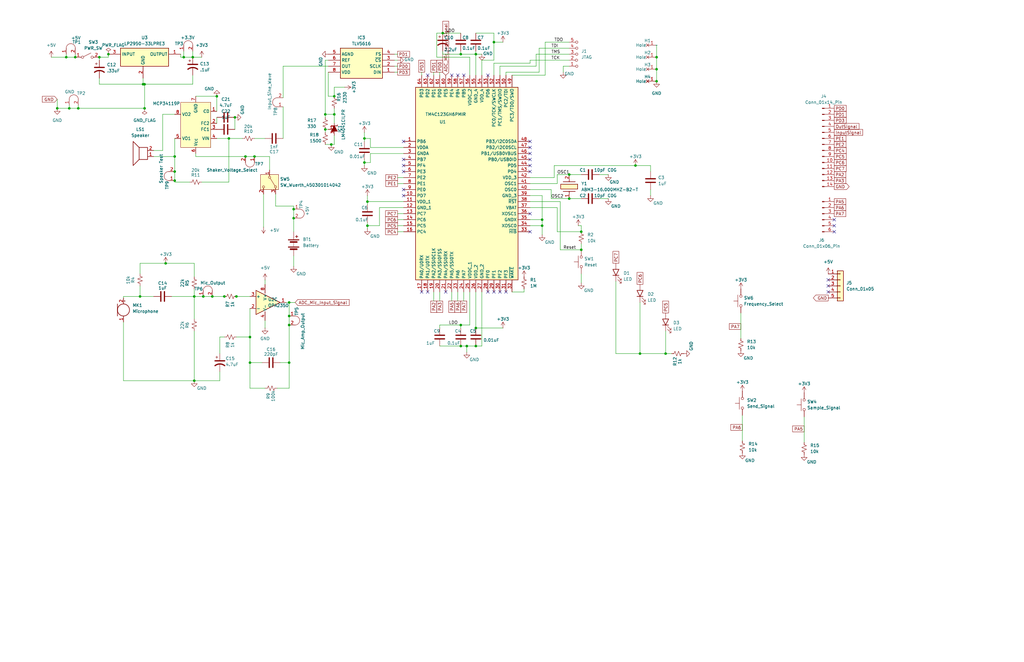
<source format=kicad_sch>
(kicad_sch (version 20231120) (generator "eeschema") (generator_version "8.0")
  (paper "USLedger")
  (title_block (title "ECE 445L Lab6 Project") (date "2024-02-27") (rev "v1.0.1") (company "The University of Texas at Austin"))
  (junction (at 269.875 149.225))
  (junction (at 200.66 22.86))
  (junction (at 245.11 105.41))
  (junction (at 27.94 24.13))
  (junction (at 60.96 35.56))
  (junction (at 137.16 54.61))
  (junction (at 77.47 24.13))
  (junction (at 99.06 49.53))
  (junction (at 123.825 92.075))
  (junction (at 121.92 127.635))
  (junction (at 24.13 45.72))
  (junction (at 89.535 125.095))
  (junction (at 99.695 125.095))
  (junction (at 45.72 22.86))
  (junction (at 73.66 66.04))
  (junction (at 121.92 133.35))
  (junction (at 240.03 73.66))
  (junction (at 60.325 35.56))
  (junction (at 81.915 125.095))
  (junction (at 96.52 58.42))
  (junction (at 276.86 34.29))
  (junction (at 196.85 146.05))
  (junction (at 186.69 13.97))
  (junction (at 194.31 146.05))
  (junction (at 60.96 45.72))
  (junction (at 276.86 24.13))
  (junction (at 85.725 125.095))
  (junction (at 41.91 24.13))
  (junction (at 154.94 95.25))
  (junction (at 276.86 29.21))
  (junction (at 139.7 60.96))
  (junction (at 81.28 24.13))
  (junction (at 123.825 88.265))
  (junction (at 194.31 137.16))
  (junction (at 153.67 58.42))
  (junction (at 200.66 138.43))
  (junction (at 69.85 111.125))
  (junction (at 267.97 69.85))
  (junction (at 105.41 142.24))
  (junction (at 228.6 95.25))
  (junction (at 121.92 137.16))
  (junction (at 208.28 17.78))
  (junction (at 140.97 48.26))
  (junction (at 280.67 149.225))
  (junction (at 103.505 66.04))
  (junction (at 121.92 153.035))
  (junction (at 228.6 92.71))
  (junction (at 29.21 45.72))
  (junction (at 140.97 40.64))
  (junction (at 107.315 66.04))
  (junction (at 154.94 85.09))
  (junction (at 240.03 83.82))
  (junction (at 153.67 68.58))
  (junction (at 94.615 125.095))
  (junction (at 245.11 97.79))
  (junction (at 200.66 146.05))
  (junction (at 137.16 48.26))
  (junction (at 105.41 153.035))
  (junction (at 194.31 22.86))
  (junction (at 33.02 45.72))
  (junction (at 81.915 160.655))
  (junction (at 91.44 40.64))
  (junction (at 59.055 125.095))
  (junction (at 73.66 76.2))
  (junction (at 31.75 24.13))
  (junction (at 73.66 72.39))
  (no_connect (at 223.52 64.77))
  (no_connect (at 170.18 67.31))
  (no_connect (at 170.18 69.85))
  (no_connect (at 180.34 123.19))
  (no_connect (at 223.52 62.23))
  (no_connect (at 223.52 69.85))
  (no_connect (at 170.18 72.39))
  (no_connect (at 210.82 123.19))
  (no_connect (at 208.28 123.19))
  (no_connect (at 223.52 90.17))
  (no_connect (at 349.25 123.19))
  (no_connect (at 351.79 97.79))
  (no_connect (at 170.18 80.01))
  (no_connect (at 223.52 67.31))
  (no_connect (at 187.96 123.19))
  (no_connect (at 190.5 31.75))
  (no_connect (at 213.36 123.19))
  (no_connect (at 223.52 72.39))
  (no_connect (at 351.79 92.71))
  (no_connect (at 170.18 82.55))
  (no_connect (at 195.58 31.75))
  (no_connect (at 177.8 123.19))
  (no_connect (at 180.34 31.75))
  (no_connect (at 223.52 97.79))
  (no_connect (at 349.25 118.11))
  (no_connect (at 349.25 120.65))
  (no_connect (at 351.79 95.25))
  (no_connect (at 193.04 31.75))
  (no_connect (at 170.18 59.69))
  (no_connect (at 205.74 123.19))
  (no_connect (at 205.74 31.75))
  (no_connect (at 223.52 59.69))
  (wire (pts (xy 208.28 13.97) (xy 200.66 13.97)))
  (wire (pts (xy 203.2 25.4) (xy 208.28 25.4)))
  (wire (pts (xy 91.44 40.64) (xy 91.44 46.99)))
  (wire (pts (xy 154.94 85.09) (xy 154.94 86.36)))
  (wire (pts (xy 119.38 27.94) (xy 138.43 27.94)))
  (wire (pts (xy 59.055 111.125) (xy 69.85 111.125)))
  (wire (pts (xy 81.915 121.92) (xy 81.915 125.095)))
  (wire (pts (xy 274.32 80.01) (xy 274.32 82.55)))
  (wire (pts (xy 232.41 83.82) (xy 240.03 83.82)))
  (wire (pts (xy 185.42 137.16) (xy 194.31 137.16)))
  (wire (pts (xy 123.825 86.995) (xy 123.825 88.265)))
  (wire (pts (xy 138.43 30.48) (xy 138.43 40.64)))
  (wire (pts (xy 240.03 83.82) (xy 245.11 83.82)))
  (wire (pts (xy 259.715 149.225) (xy 259.715 118.745)))
  (wire (pts (xy 94.615 142.24) (xy 92.71 142.24)))
  (wire (pts (xy 111.76 135.255) (xy 111.76 138.43)))
  (wire (pts (xy 121.92 163.83) (xy 121.92 153.035)))
  (wire (pts (xy 154.94 93.98) (xy 154.94 95.25)))
  (wire (pts (xy 52.07 135.89) (xy 52.07 160.655)))
  (wire (pts (xy 200.66 123.19) (xy 200.66 138.43)))
  (wire (pts (xy 245.11 115.57) (xy 245.11 119.38)))
  (wire (pts (xy 212.09 17.78) (xy 208.28 17.78)))
  (wire (pts (xy 41.91 24.13) (xy 41.91 25.4)))
  (wire (pts (xy 105.41 153.035) (xy 105.41 163.83)))
  (wire (pts (xy 208.28 17.78) (xy 208.28 25.4)))
  (wire (pts (xy 29.21 45.72) (xy 24.13 45.72)))
  (wire (pts (xy 140.97 45.72) (xy 140.97 48.26)))
  (wire (pts (xy 41.91 35.56) (xy 60.325 35.56)))
  (wire (pts (xy 145.415 36.83) (xy 140.97 36.83)))
  (wire (pts (xy 73.66 66.04) (xy 73.66 72.39)))
  (wire (pts (xy 121.92 133.35) (xy 121.92 137.16)))
  (wire (pts (xy 82.55 40.64) (xy 91.44 40.64)))
  (wire (pts (xy 21.59 24.13) (xy 27.94 24.13)))
  (wire (pts (xy 119.38 58.42) (xy 119.38 45.085)))
  (wire (pts (xy 27.94 22.86) (xy 27.94 24.13)))
  (wire (pts (xy 276.86 19.05) (xy 276.86 24.13)))
  (wire (pts (xy 223.52 80.01) (xy 232.41 80.01)))
  (wire (pts (xy 312.42 132.08) (xy 312.42 142.875)))
  (wire (pts (xy 138.43 54.61) (xy 137.16 54.61)))
  (wire (pts (xy 227.33 30.48) (xy 227.33 20.32)))
  (wire (pts (xy 208.28 26.67) (xy 223.52 26.67)))
  (wire (pts (xy 194.31 146.05) (xy 196.85 146.05)))
  (wire (pts (xy 203.2 123.19) (xy 203.2 146.05)))
  (wire (pts (xy 166.37 27.94) (xy 167.64 27.94)))
  (wire (pts (xy 111.76 58.42) (xy 107.315 58.42)))
  (wire (pts (xy 194.31 22.86) (xy 200.66 22.86)))
  (wire (pts (xy 77.47 24.13) (xy 81.28 24.13)))
  (wire (pts (xy 29.21 45.72) (xy 33.02 45.72)))
  (wire (pts (xy 111.76 118.11) (xy 111.76 120.015)))
  (wire (pts (xy 119.38 41.275) (xy 119.38 27.94)))
  (wire (pts (xy 73.66 76.2) (xy 73.66 76.835)))
  (wire (pts (xy 200.66 146.05) (xy 196.85 146.05)))
  (wire (pts (xy 96.52 58.42) (xy 96.52 76.835)))
  (wire (pts (xy 203.2 146.05) (xy 200.66 146.05)))
  (wire (pts (xy 229.87 31.75) (xy 229.87 17.78)))
  (wire (pts (xy 41.91 33.02) (xy 41.91 35.56)))
  (wire (pts (xy 167.64 92.71) (xy 170.18 92.71)))
  (wire (pts (xy 194.31 137.16) (xy 194.31 138.43)))
  (wire (pts (xy 200.66 22.86) (xy 200.66 31.75)))
  (wire (pts (xy 160.02 87.63) (xy 160.02 95.25)))
  (wire (pts (xy 123.825 92.075) (xy 123.825 97.79)))
  (wire (pts (xy 116.205 86.995) (xy 123.825 86.995)))
  (wire (pts (xy 196.85 146.05) (xy 196.85 148.59)))
  (wire (pts (xy 45.72 24.13) (xy 41.91 24.13)))
  (wire (pts (xy 68.58 63.5) (xy 68.58 48.26)))
  (wire (pts (xy 233.68 69.85) (xy 267.97 69.85)))
  (wire (pts (xy 313.055 175.26) (xy 313.055 186.055)))
  (wire (pts (xy 228.6 95.25) (xy 228.6 99.06)))
  (wire (pts (xy 73.66 76.835) (xy 80.01 76.835)))
  (wire (pts (xy 252.73 73.66) (xy 256.54 73.66)))
  (wire (pts (xy 276.86 29.21) (xy 276.86 34.29)))
  (wire (pts (xy 223.52 74.93) (xy 233.68 74.93)))
  (wire (pts (xy 208.28 13.97) (xy 208.28 17.78)))
  (wire (pts (xy 200.66 21.59) (xy 200.66 22.86)))
  (wire (pts (xy 234.95 73.66) (xy 240.03 73.66)))
  (wire (pts (xy 123.825 107.95) (xy 123.825 112.395)))
  (wire (pts (xy 226.06 27.94) (xy 226.06 22.86)))
  (wire (pts (xy 167.64 77.47) (xy 170.18 77.47)))
  (wire (pts (xy 82.55 66.04) (xy 103.505 66.04)))
  (wire (pts (xy 198.12 123.19) (xy 198.12 137.16)))
  (wire (pts (xy 91.44 49.53) (xy 91.44 52.07)))
  (wire (pts (xy 81.915 125.095) (xy 81.915 134.62)))
  (wire (pts (xy 223.52 77.47) (xy 234.95 77.47)))
  (wire (pts (xy 89.535 125.095) (xy 94.615 125.095)))
  (wire (pts (xy 121.92 127.635) (xy 120.65 127.635)))
  (wire (pts (xy 92.71 142.24) (xy 92.71 149.225)))
  (wire (pts (xy 52.07 160.655) (xy 81.915 160.655)))
  (wire (pts (xy 269.875 149.225) (xy 259.715 149.225)))
  (wire (pts (xy 269.875 127.635) (xy 269.875 149.225)))
  (wire (pts (xy 177.8 30.48) (xy 177.8 31.75)))
  (wire (pts (xy 186.69 13.97) (xy 194.31 13.97)))
  (wire (pts (xy 198.12 137.16) (xy 194.31 137.16)))
  (wire (pts (xy 59.055 111.125) (xy 59.055 115.57)))
  (wire (pts (xy 234.95 97.79) (xy 245.11 97.79)))
  (wire (pts (xy 99.06 125.095) (xy 99.695 125.095)))
  (wire (pts (xy 223.52 85.09) (xy 236.22 85.09)))
  (wire (pts (xy 68.58 48.26) (xy 73.66 48.26)))
  (wire (pts (xy 140.97 36.83) (xy 140.97 40.64)))
  (wire (pts (xy 52.07 125.095) (xy 52.07 125.73)))
  (wire (pts (xy 153.67 58.42) (xy 156.21 58.42)))
  (wire (pts (xy 64.77 66.04) (xy 73.66 66.04)))
  (wire (pts (xy 137.16 48.26) (xy 137.16 49.53)))
  (wire (pts (xy 223.52 26.67) (xy 223.52 25.4)))
  (wire (pts (xy 99.695 142.24) (xy 105.41 142.24)))
  (wire (pts (xy 223.52 87.63) (xy 234.95 87.63)))
  (wire (pts (xy 170.18 87.63) (xy 160.02 87.63)))
  (wire (pts (xy 339.09 175.895) (xy 339.09 186.69)))
  (wire (pts (xy 111.125 81.915) (xy 111.125 95.885)))
  (wire (pts (xy 81.915 116.84) (xy 81.915 111.125)))
  (wire (pts (xy 81.915 125.095) (xy 85.725 125.095)))
  (wire (pts (xy 156.21 64.77) (xy 156.21 68.58)))
  (wire (pts (xy 124.46 127.635) (xy 121.92 127.635)))
  (wire (pts (xy 160.02 95.25) (xy 154.94 95.25)))
  (wire (pts (xy 167.64 97.79) (xy 170.18 97.79)))
  (wire (pts (xy 121.92 137.16) (xy 121.92 153.035)))
  (wire (pts (xy 182.88 30.48) (xy 182.88 31.75)))
  (wire (pts (xy 45.72 22.86) (xy 45.72 24.13)))
  (wire (pts (xy 198.12 31.75) (xy 198.12 24.13)))
  (wire (pts (xy 156.21 68.58) (xy 153.67 68.58)))
  (wire (pts (xy 184.15 24.13) (xy 184.15 13.97)))
  (wire (pts (xy 210.82 31.75) (xy 210.82 27.94)))
  (wire (pts (xy 99.06 49.53) (xy 99.06 54.61)))
  (wire (pts (xy 77.47 21.59) (xy 77.47 24.13)))
  (wire (pts (xy 170.18 64.77) (xy 156.21 64.77)))
  (wire (pts (xy 59.055 125.095) (xy 52.07 125.095)))
  (wire (pts (xy 138.43 40.64) (xy 140.97 40.64)))
  (wire (pts (xy 215.9 31.75) (xy 229.87 31.75)))
  (wire (pts (xy 228.6 92.71) (xy 228.6 95.25)))
  (wire (pts (xy 69.85 111.125) (xy 81.915 111.125)))
  (wire (pts (xy 105.41 142.24) (xy 105.41 153.035)))
  (wire (pts (xy 103.505 66.04) (xy 107.315 66.04)))
  (wire (pts (xy 194.31 21.59) (xy 194.31 22.86)))
  (wire (pts (xy 233.68 74.93) (xy 233.68 69.85)))
  (wire (pts (xy 223.52 92.71) (xy 228.6 92.71)))
  (wire (pts (xy 156.21 62.23) (xy 170.18 62.23)))
  (wire (pts (xy 153.67 68.58) (xy 153.67 69.85)))
  (wire (pts (xy 59.055 120.65) (xy 59.055 125.095)))
  (wire (pts (xy 245.11 95.25) (xy 245.11 97.79)))
  (wire (pts (xy 31.75 22.86) (xy 31.75 24.13)))
  (wire (pts (xy 92.71 160.655) (xy 92.71 156.845)))
  (wire (pts (xy 81.28 21.59) (xy 81.28 24.13)))
  (wire (pts (xy 184.15 13.97) (xy 186.69 13.97)))
  (wire (pts (xy 213.36 31.75) (xy 213.36 30.48)))
  (wire (pts (xy 228.6 82.55) (xy 228.6 92.71)))
  (wire (pts (xy 182.88 123.19) (xy 182.88 127)))
  (wire (pts (xy 60.325 33.02) (xy 60.325 35.56)))
  (wire (pts (xy 137.16 48.26) (xy 137.16 25.4)))
  (wire (pts (xy 200.66 22.86) (xy 203.2 22.86)))
  (wire (pts (xy 76.2 24.13) (xy 77.47 24.13)))
  (wire (pts (xy 208.28 31.75) (xy 208.28 26.67)))
  (wire (pts (xy 223.52 95.25) (xy 228.6 95.25)))
  (wire (pts (xy 29.21 44.45) (xy 29.21 45.72)))
  (wire (pts (xy 81.28 24.13) (xy 85.09 24.13)))
  (wire (pts (xy 213.36 30.48) (xy 227.33 30.48)))
  (wire (pts (xy 215.9 123.19) (xy 220.98 123.19)))
  (wire (pts (xy 229.87 17.78) (xy 240.03 17.78)))
  (wire (pts (xy 167.64 95.25) (xy 170.18 95.25)))
  (wire (pts (xy 220.98 123.19) (xy 220.98 121.92)))
  (wire (pts (xy 24.13 41.91) (xy 24.13 45.72)))
  (wire (pts (xy 139.7 60.96) (xy 137.16 60.96)))
  (wire (pts (xy 137.16 54.61) (xy 137.16 55.88)))
  (wire (pts (xy 140.97 52.07) (xy 140.97 48.26)))
  (wire (pts (xy 105.41 153.035) (xy 110.49 153.035)))
  (wire (pts (xy 280.67 139.7) (xy 280.67 149.225)))
  (wire (pts (xy 203.2 31.75) (xy 203.2 25.4)))
  (wire (pts (xy 81.28 31.75) (xy 81.28 35.56)))
  (wire (pts (xy 153.67 58.42) (xy 153.67 59.69)))
  (wire (pts (xy 245.11 102.87) (xy 245.11 105.41)))
  (wire (pts (xy 107.315 66.04) (xy 113.665 66.04)))
  (wire (pts (xy 81.915 139.7) (xy 81.915 160.655)))
  (wire (pts (xy 121.92 127.635) (xy 121.92 133.35)))
  (wire (pts (xy 198.12 24.13) (xy 184.15 24.13)))
  (wire (pts (xy 137.16 25.4) (xy 138.43 25.4)))
  (wire (pts (xy 186.69 22.86) (xy 194.31 22.86)))
  (wire (pts (xy 153.67 67.31) (xy 153.67 68.58)))
  (wire (pts (xy 234.95 87.63) (xy 234.95 97.79)))
  (wire (pts (xy 274.32 69.85) (xy 274.32 72.39)))
  (wire (pts (xy 166.37 25.4) (xy 167.64 25.4)))
  (wire (pts (xy 118.11 153.035) (xy 121.92 153.035)))
  (wire (pts (xy 154.94 95.25) (xy 154.94 96.52)))
  (wire (pts (xy 185.42 30.48) (xy 185.42 31.75)))
  (wire (pts (xy 116.84 163.83) (xy 121.92 163.83)))
  (wire (pts (xy 240.03 73.66) (xy 245.11 73.66)))
  (wire (pts (xy 116.205 81.915) (xy 116.205 86.995)))
  (wire (pts (xy 140.97 57.15) (xy 140.97 60.96)))
  (wire (pts (xy 280.67 149.225) (xy 269.875 149.225)))
  (wire (pts (xy 64.77 63.5) (xy 68.58 63.5)))
  (wire (pts (xy 73.66 58.42) (xy 73.66 66.04)))
  (wire (pts (xy 283.21 149.225) (xy 280.67 149.225)))
  (wire (pts (xy 227.33 20.32) (xy 240.03 20.32)))
  (wire (pts (xy 193.04 123.19) (xy 193.04 127)))
  (wire (pts (xy 153.67 55.88) (xy 153.67 58.42)))
  (wire (pts (xy 240.03 27.94) (xy 237.49 27.94)))
  (wire (pts (xy 81.915 160.655) (xy 92.71 160.655)))
  (wire (pts (xy 185.42 138.43) (xy 185.42 137.16)))
  (wire (pts (xy 33.02 44.45) (xy 33.02 45.72)))
  (wire (pts (xy 94.615 125.095) (xy 95.25 125.095)))
  (wire (pts (xy 123.825 88.265) (xy 123.825 92.075)))
  (wire (pts (xy 76.2 22.86) (xy 76.2 24.13)))
  (wire (pts (xy 236.22 85.09) (xy 236.22 105.41)))
  (wire (pts (xy 243.84 95.25) (xy 245.11 95.25)))
  (wire (pts (xy 167.64 90.17) (xy 170.18 90.17)))
  (wire (pts (xy 170.18 85.09) (xy 154.94 85.09)))
  (wire (pts (xy 105.41 163.83) (xy 111.76 163.83)))
  (wire (pts (xy 72.39 125.095) (xy 81.915 125.095)))
  (wire (pts (xy 140.97 48.26) (xy 137.16 48.26)))
  (wire (pts (xy 154.94 82.55) (xy 154.94 85.09)))
  (wire (pts (xy 105.41 130.175) (xy 105.41 142.24)))
  (wire (pts (xy 60.325 35.56) (xy 60.96 35.56)))
  (wire (pts (xy 60.96 35.56) (xy 81.28 35.56)))
  (wire (pts (xy 99.695 125.095) (xy 105.41 125.095)))
  (wire (pts (xy 200.66 138.43) (xy 212.09 138.43)))
  (wire (pts (xy 156.21 62.23) (xy 156.21 58.42)))
  (wire (pts (xy 234.95 77.47) (xy 234.95 73.66)))
  (wire (pts (xy 96.52 76.835) (xy 85.09 76.835)))
  (wire (pts (xy 166.37 30.48) (xy 167.64 30.48)))
  (wire (pts (xy 232.41 80.01) (xy 232.41 83.82)))
  (wire (pts (xy 210.82 27.94) (xy 226.06 27.94)))
  (wire (pts (xy 276.86 24.13) (xy 276.86 29.21)))
  (wire (pts (xy 226.06 22.86) (xy 240.03 22.86)))
  (wire (pts (xy 223.52 82.55) (xy 228.6 82.55)))
  (wire (pts (xy 113.665 66.04) (xy 113.665 71.755)))
  (wire (pts (xy 166.37 22.86) (xy 167.64 22.86)))
  (wire (pts (xy 60.96 35.56) (xy 60.96 45.72)))
  (wire (pts (xy 82.55 66.04) (xy 82.55 64.77)))
  (wire (pts (xy 185.42 146.05) (xy 194.31 146.05)))
  (wire (pts (xy 33.02 45.72) (xy 60.96 45.72)))
  (wire (pts (xy 64.77 125.095) (xy 59.055 125.095)))
  (wire (pts (xy 73.66 72.39) (xy 73.66 76.2)))
  (wire (pts (xy 185.42 123.19) (xy 185.42 127)))
  (wire (pts (xy 252.73 83.82) (xy 256.54 83.82)))
  (wire (pts (xy 91.44 58.42) (xy 96.52 58.42)))
  (wire (pts (xy 96.52 58.42) (xy 102.235 58.42)))
  (wire (pts (xy 186.69 21.59) (xy 186.69 22.86)))
  (wire (pts (xy 236.22 105.41) (xy 245.11 105.41)))
  (wire (pts (xy 85.725 125.095) (xy 89.535 125.095)))
  (wire (pts (xy 167.64 74.93) (xy 170.18 74.93)))
  (wire (pts (xy 195.58 123.19) (xy 195.58 127)))
  (wire (pts (xy 140.97 60.96) (xy 139.7 60.96)))
  (wire (pts (xy 267.97 69.85) (xy 274.32 69.85)))
  (wire (pts (xy 237.49 27.94) (xy 237.49 30.48)))
  (wire (pts (xy 27.94 24.13) (xy 31.75 24.13)))
  (wire (pts (xy 223.52 25.4) (xy 240.03 25.4)))
  (wire (pts (xy 190.5 123.19) (xy 190.5 127)))
  (label "OSC2" (at 232.41 83.82 0))
  (label "TCK" (at 232.41 25.4 0))
  (label "TDI" (at 232.41 20.32 0))
  (label "LDO" (at 189.23 137.16 0))
  (label "TDO" (at 233.68 17.78 0))
  (label "TMS" (at 232.41 22.86 0))
  (label "LDO" (at 187.96 13.97 0))
  (label "OSC1" (at 234.95 73.66 0))
  (label "Reset" (at 237.49 105.41 0))
  (global_label "PC4" (shape passive) (at 351.79 63.5 0) (property "Intersheetrefs" "${INTERSHEET_REFS}" (effects (hide yes))))
  (global_label "PA2" (shape passive) (at 351.79 73.66 0) (property "Intersheetrefs" "${INTERSHEET_REFS}" (effects (hide yes))))
  (global_label "PC7" (shape passive) (at 167.64 90.17 180) (property "Intersheetrefs" "${INTERSHEET_REFS}" (effects (hide yes))))
  (global_label "PD1" (shape passive) (at 167.64 22.86 0) (property "Intersheetrefs" "${INTERSHEET_REFS}" (effects (hide yes))))
  (global_label "PC6" (shape passive) (at 269.875 120.015 90) (property "Intersheetrefs" "${INTERSHEET_REFS}" (effects (hide yes))))
  (global_label "PC6" (shape passive) (at 351.79 68.58 0) (property "Intersheetrefs" "${INTERSHEET_REFS}" (effects (hide yes))))
  (global_label "PD1" (shape passive) (at 351.79 48.26 0) (property "Intersheetrefs" "${INTERSHEET_REFS}" (effects (hide yes))))
  (global_label "PD3" (shape passive) (at 177.8 30.48 90) (property "Intersheetrefs" "${INTERSHEET_REFS}" (effects (hide yes))))
  (global_label "PD0" (shape passive) (at 351.79 45.72 0) (property "Intersheetrefs" "${INTERSHEET_REFS}" (effects (hide yes))))
  (global_label "PC6" (shape passive) (at 167.64 92.71 180) (property "Intersheetrefs" "${INTERSHEET_REFS}" (effects (hide yes))))
  (global_label "InputSignal" (shape passive) (at 351.79 55.88 0) (property "Intersheetrefs" "${INTERSHEET_REFS}" (effects (hide yes))))
  (global_label "ADC_Mic_Input_Signal" (shape input) (at 124.46 127.635 0) (property "Intersheetrefs" "${INTERSHEET_REFS}" (effects (hide yes))))
  (global_label "PA6" (shape passive) (at 193.04 127 270) (property "Intersheetrefs" "${INTERSHEET_REFS}" (effects (hide yes))))
  (global_label "PC4" (shape passive) (at 167.64 97.79 180) (property "Intersheetrefs" "${INTERSHEET_REFS}" (effects (hide yes))))
  (global_label "PC5" (shape passive) (at 280.67 132.08 90) (property "Intersheetrefs" "${INTERSHEET_REFS}" (effects (hide yes))))
  (global_label "PD3" (shape passive) (at 167.64 30.48 0) (property "Intersheetrefs" "${INTERSHEET_REFS}" (effects (hide yes))))
  (global_label "PC5" (shape passive) (at 167.64 95.25 180) (property "Intersheetrefs" "${INTERSHEET_REFS}" (effects (hide yes))))
  (global_label "GND" (shape input) (at 24.13 41.91 180) (property "Intersheetrefs" "${INTERSHEET_REFS}" (effects (hide yes))))
  (global_label "PD0" (shape passive) (at 167.64 27.94 0) (property "Intersheetrefs" "${INTERSHEET_REFS}" (effects (hide yes))))
  (global_label "PA3" (shape passive) (at 185.42 127 270) (property "Intersheetrefs" "${INTERSHEET_REFS}" (effects (hide yes))))
  (global_label "PA7" (shape passive) (at 312.42 137.795 180) (property "Intersheetrefs" "${INTERSHEET_REFS}" (effects (hide yes))))
  (global_label "PD0" (shape passive) (at 185.42 30.48 90) (property "Intersheetrefs" "${INTERSHEET_REFS}" (effects (hide yes))))
  (global_label "GND" (shape output) (at 351.79 78.74 0) (property "Intersheetrefs" "${INTERSHEET_REFS}" (effects (hide yes))))
  (global_label "PA6" (shape passive) (at 313.055 180.34 180) (property "Intersheetrefs" "${INTERSHEET_REFS}" (effects (hide yes))))
  (global_label "ADC_Mic_Input_Signal" (shape input) (at 187.96 31.75 90) (property "Intersheetrefs" "${INTERSHEET_REFS}" (effects (hide yes))))
  (global_label "PD3" (shape passive) (at 351.79 50.8 0) (property "Intersheetrefs" "${INTERSHEET_REFS}" (effects (hide yes))))
  (global_label "PA5" (shape passive) (at 351.79 85.09 0) (property "Intersheetrefs" "${INTERSHEET_REFS}" (effects (hide yes))))
  (global_label "PE2" (shape passive) (at 351.79 60.96 0) (property "Intersheetrefs" "${INTERSHEET_REFS}" (effects (hide yes))))
  (global_label "PD1" (shape passive) (at 182.88 30.48 90) (property "Intersheetrefs" "${INTERSHEET_REFS}" (effects (hide yes))))
  (global_label "PE1" (shape passive) (at 167.64 77.47 180) (property "Intersheetrefs" "${INTERSHEET_REFS}" (effects (hide yes))))
  (global_label "PE1" (shape passive) (at 351.79 58.42 0) (property "Intersheetrefs" "${INTERSHEET_REFS}" (effects (hide yes))))
  (global_label "PC7" (shape passive) (at 259.715 111.125 90) (property "Intersheetrefs" "${INTERSHEET_REFS}" (effects (hide yes))))
  (global_label "PA7" (shape passive) (at 351.79 90.17 0) (property "Intersheetrefs" "${INTERSHEET_REFS}" (effects (hide yes))))
  (global_label "GND" (shape output) (at 349.25 125.73 180) (property "Intersheetrefs" "${INTERSHEET_REFS}" (effects (hide yes))))
  (global_label "PA7" (shape passive) (at 195.58 127 270) (property "Intersheetrefs" "${INTERSHEET_REFS}" (effects (hide yes))))
  (global_label "PA6" (shape passive) (at 351.79 87.63 0) (property "Intersheetrefs" "${INTERSHEET_REFS}" (effects (hide yes))))
  (global_label "PC7" (shape passive) (at 351.79 71.12 0) (property "Intersheetrefs" "${INTERSHEET_REFS}" (effects (hide yes))))
  (global_label "PA5" (shape passive) (at 190.5 127 270) (property "Intersheetrefs" "${INTERSHEET_REFS}" (effects (hide yes))))
  (global_label "OutSignal" (shape passive) (at 351.79 53.34 0) (property "Intersheetrefs" "${INTERSHEET_REFS}" (effects (hide yes))))
  (global_label "PA5" (shape passive) (at 339.09 180.975 180) (property "Intersheetrefs" "${INTERSHEET_REFS}" (effects (hide yes))))
  (global_label "PA3" (shape passive) (at 351.79 76.2 0) (property "Intersheetrefs" "${INTERSHEET_REFS}" (effects (hide yes))))
  (global_label "PC5" (shape passive) (at 351.79 66.04 0) (property "Intersheetrefs" "${INTERSHEET_REFS}" (effects (hide yes))))
  (global_label "PA2" (shape passive) (at 182.88 127 270) (property "Intersheetrefs" "${INTERSHEET_REFS}" (effects (hide yes))))
  (global_label "PE2" (shape passive) (at 167.64 74.93 180) (property "Intersheetrefs" "${INTERSHEET_REFS}" (effects (hide yes))))
  (symbol (lib_id "power:PWR_FLAG") (at 45.72 22.86 0) (unit 1)
    (property "Reference" "#FLG01" (effects (hide yes)))
    (property "Value" "PWR_FLAG" (at 47.752 19.05 0))
    (property "Description" "Special symbol for telling ERC where power comes from" (effects (hide yes)))
  )
  (symbol (lib_id "power:GND") (at 203.2 22.86 0) (unit 1)
    (property "Reference" "#PWR015" (effects (hide yes)))
    (property "Value" "GND" (at 205.74 22.606 0))
    (property "Description" "Power symbol creates a global label with name \"GND\" , ground" (effects (hide yes)))
  )
  (symbol (lib_id "ECE445L:C") (at 154.94 90.17 0) (unit 1)
    (property "Reference" "C6" (at 152.4 87.63 0) (effects (justify left)))
    (property "Value" "0.1uF" (at 149.86 92.71 0) (effects (justify left)))
    (property "Footprint" "ECE445L:C_Axial_200mil" (effects (hide yes)))
    (property "Description" "Unpolarized capacitor" (effects (hide yes)))
  )
  (symbol (lib_id "power:+3V3") (at 212.09 138.43 0) (unit 1)
    (property "Reference" "#PWR07" (effects (hide yes)))
    (property "Value" "+3V3" (at 212.09 134.62 0))
    (property "Description" "Power symbol creates a global label with name \"+3V3\"" (effects (hide yes)))
  )
  (symbol (lib_id "power:GND") (at 196.85 148.59 0) (unit 1)
    (property "Reference" "#PWR012" (effects (hide yes)))
    (property "Value" "GND" (at 200.025 151.765 0))
    (property "Description" "Power symbol creates a global label with name \"GND\" , ground" (effects (hide yes)))
  )
  (symbol (lib_id "ECE445L:TLV5616") (at 152.4 26.67 180) (unit 1)
    (property "Reference" "IC3" (at 152.4 15.875 0))
    (property "Value" "TLV5616" (at 152.4 18.415 0))
    (property "Footprint" "ECE445L:DIP-8_W7.62mm_LongPads" (effects (hide yes)))
    (property "Datasheet" "https://www.ti.com/lit/ds/symlink/tlv5616.pdf" (effects (hide yes)))
    (property "Description" "12-Bit, 2.5 us DAC, Serial Input, Pgrmable Settling Time, Q temp available" (effects (hide yes)))
    (property "Distributor" "Mouser" (effects (hide yes)))
    (property "Manufacturer" "Texas Instruments" (effects (hide yes)))
    (property "P/N" "TLV5616" (effects (hide yes)))
    (property "Cost" "13.80" (effects (hide yes)))
  )
  (symbol (lib_id "ECE445L:C") (at 200.66 17.78 0) (unit 1)
    (property "Reference" "C7" (at 201.295 15.875 0) (effects (justify left)))
    (property "Value" "0.1uF" (at 201.295 20.32 0) (effects (justify left)))
    (property "Footprint" "ECE445L:C_Axial_200mil" (effects (hide yes)))
    (property "Description" "Unpolarized capacitor" (effects (hide yes)))
  )
  (symbol (lib_id "ECE445L:R_0.125W") (at 97.155 142.24 270) (unit 1)
    (property "Reference" "R8" (at 96.012 145.542 0))
    (property "Value" "1k" (at 98.044 145.542 0))
    (property "Footprint" "ECE445L:R_Axial_DIN0204_L3.6mm_D1.6mm_P7.62mm_Horizontal" (effects (hide yes)))
    (property "Datasheet" "https://users.ece.utexas.edu/~valvano/mspm0/CarbonFilmresistors.pdf" (effects (hide yes)))
    (property "Description" "Resistor, small US symbol" (effects (hide yes)))
  )
  (symbol (lib_id "ECE445L:C_Polarized") (at 92.71 153.035 0) (unit 1)
    (property "Reference" "C15" (at 95.123 151.257 0) (effects (justify left)))
    (property "Value" "4.7uF" (at 95.123 153.797 0) (effects (justify left)))
    (property "Footprint" "ECE445L:CP_Radial_Tantal200mil" (effects (hide yes)))
    (property "Description" "Polarized capacitor, US symbol" (effects (hide yes)))
  )
  (symbol (lib_id "Switch:SW_SPST") (at 36.83 24.13 0) (unit 1)
    (property "Reference" "SW3" (at 39.37 17.78 0))
    (property "Value" "PWR_SW" (at 39.37 20.32 0))
    (property "Footprint" "Button_Switch_SMD:SW_SPST_B3S-1000" (effects (hide yes)))
    (property "Description" "Single Pole Single Throw (SPST) switch" (effects (hide yes)))
  )
  (symbol (lib_id "ECE445L:MCP34119P") (at 82.55 53.34 180) (unit 1)
    (property "Reference" "U6" (effects (hide yes)))
    (property "Value" "MCP34119P" (at 75.946 43.688 0) (effects (justify left)))
    (property "Footprint" "ECE445L:DIP-8_W7.62mm_LongPads" (effects (hide yes)))
    (property "Datasheet" "https://users.ece.utexas.edu/~valvano/Datasheets/MC34119.pdf" (effects (hide yes)))
    (property "Distributor" "N/A" (effects (hide yes)))
    (property "Manufacturer" "Motorola" (effects (hide yes)))
    (property "P/N" "MC34119P" (effects (hide yes)))
    (property "Cost" "N/A" (effects (hide yes)))
  )
  (symbol (lib_id "ECE445L:C_Polarized") (at 41.91 29.21 0) (unit 1)
    (property "Reference" "C12" (at 45.085 27.305 0) (effects (justify left)))
    (property "Value" ".33uF" (at 45.085 29.845 0) (effects (justify left)))
    (property "Footprint" "ECE445L:CP_Radial_Tantal200mil" (effects (hide yes)))
    (property "Description" "Polarized capacitor, US symbol" (effects (hide yes)))
  )
  (symbol (lib_id "ECE445L:R_0.125W") (at 245.11 100.33 0) (unit 1)
    (property "Reference" "R2" (at 247.65 99.06 0) (effects (justify left)))
    (property "Value" "10k" (at 247.65 101.6 0) (effects (justify left)))
    (property "Footprint" "ECE445L:R_Axial_DIN0204_L3.6mm_D1.6mm_P7.62mm_Horizontal" (effects (hide yes)))
    (property "Datasheet" "https://users.ece.utexas.edu/~valvano/mspm0/CarbonFilmresistors.pdf" (effects (hide yes)))
    (property "Description" "Resistor, small US symbol" (effects (hide yes)))
  )
  (symbol (lib_id "power:GND") (at 138.43 22.86 270) (unit 1)
    (property "Reference" "#PWR027" (effects (hide yes)))
    (property "Value" "GND" (at 135.255 26.035 0))
    (property "Description" "Power symbol creates a global label with name \"GND\" , ground" (effects (hide yes)))
  )
  (symbol (lib_id "ECE445L:Testpoint") (at 73.66 74.295 90) (unit 1)
    (property "Reference" "TP9" (at 70.485 80.01 0) (effects (justify left)))
    (property "Value" "Speaker Test" (at 67.945 77.47 0) (effects (justify left)))
    (property "Footprint" "ECE445L:Testpoint_1x02_P2.54mm" (effects (hide yes)))
    (property "Description" "Testpoint" (effects (hide yes)))
  )
  (symbol (lib_id "power:+3V3") (at 145.415 36.83 270) (unit 1)
    (property "Reference" "#PWR036" (effects (hide yes)))
    (property "Value" "+3V3" (at 149.225 36.83 0))
    (property "Description" "Power symbol creates a global label with name \"+3V3\"" (effects (hide yes)))
  )
  (symbol (lib_id "ECE445L:C") (at 95.25 49.53 90) (unit 1)
    (property "Reference" "C21" (at 95.25 41.91 90))
    (property "Value" "4.7uF" (at 95.25 44.45 90))
    (property "Footprint" "ECE445L:C_Axial_200mil" (effects (hide yes)))
    (property "Description" "Unpolarized capacitor" (effects (hide yes)))
  )
  (symbol (lib_id "ECE445L:C") (at 114.3 153.035 90) (unit 1)
    (property "Reference" "C16" (at 114.3 147.447 90))
    (property "Value" "220pF" (at 114.3 149.479 90))
    (property "Footprint" "ECE445L:C_Axial_200mil" (effects (hide yes)))
    (property "Description" "Unpolarized capacitor" (effects (hide yes)))
  )
  (symbol (lib_id "ECE445L:Testpoint") (at 119.38 43.18 90) (unit 1)
    (property "Reference" "TP8" (at 116.205 48.895 0) (effects (justify left)))
    (property "Value" "Input_Sine_Wave" (at 113.665 46.355 0) (effects (justify left)))
    (property "Footprint" "ECE445L:Testpoint_1x02_P2.54mm" (effects (hide yes)))
    (property "Description" "Testpoint" (effects (hide yes)))
  )
  (symbol (lib_id "Device:Battery") (at 123.825 102.87 0) (unit 1)
    (property "Reference" "BT1" (at 127.635 101.0284 0) (effects (justify left)))
    (property "Value" "Battery" (at 127.635 103.5684 0) (effects (justify left)))
    (property "Description" "Multiple-cell battery" (effects (hide yes)))
  )
  (symbol (lib_id "ECE445L:C") (at 185.42 142.24 0) (unit 1)
    (property "Reference" "C9" (at 182.88 139.7 0) (effects (justify left)))
    (property "Value" "1uF" (at 179.705 144.78 0) (effects (justify left)))
    (property "Footprint" "ECE445L:C_Axial_200mil" (effects (hide yes)))
    (property "Description" "Unpolarized capacitor" (effects (hide yes)))
  )
  (symbol (lib_id "power:+3V3") (at 69.85 111.125 0) (unit 1)
    (property "Reference" "#PWR021" (effects (hide yes)))
    (property "Value" "+3V3" (at 69.85 107.315 0))
    (property "Description" "Power symbol creates a global label with name \"+3V3\"" (effects (hide yes)))
  )
  (symbol (lib_id "power:GND") (at 167.64 25.4 90) (unit 1)
    (property "Reference" "#PWR025" (effects (hide yes)))
    (property "Value" "GND" (at 172.466 25.146 90))
    (property "Description" "Power symbol creates a global label with name \"GND\" , ground" (effects (hide yes)))
  )
  (symbol (lib_id "power:GND") (at 256.54 73.66 0) (unit 1)
    (property "Reference" "#PWR02" (effects (hide yes)))
    (property "Value" "GND" (at 259.08 76.835 0))
    (property "Description" "Power symbol creates a global label with name \"GND\" , ground" (effects (hide yes)))
  )
  (symbol (lib_id "Switch:SW_Push") (at 312.42 127 90) (unit 1)
    (property "Reference" "SW6" (at 313.69 125.73 90) (effects (justify right)))
    (property "Value" "Frequency_Select" (at 313.69 128.27 90) (effects (justify right)))
    (property "Footprint" "Button_Switch_THT:SW_PUSH_6mm" (effects (hide yes)))
    (property "Description" "Push button switch, generic, two pins" (effects (hide yes)))
  )
  (symbol (lib_id "ECE445L:C") (at 153.67 63.5 0) (unit 1)
    (property "Reference" "C11" (at 149.225 60.96 0) (effects (justify left)))
    (property "Value" "0.01uF" (at 147.32 66.04 0) (effects (justify left)))
    (property "Footprint" "ECE445L:C_Axial_200mil" (effects (hide yes)))
    (property "Description" "Unpolarized capacitor" (effects (hide yes)))
  )
  (symbol (lib_id "power:GND") (at 245.11 119.38 0) (unit 1)
    (property "Reference" "#PWR04" (effects (hide yes)))
    (property "Value" "GND" (at 248.285 122.555 0))
    (property "Description" "Power symbol creates a global label with name \"GND\" , ground" (effects (hide yes)))
  )
  (symbol (lib_id "ECE445L:R_0.125W") (at 97.155 125.095 270) (unit 1)
    (property "Reference" "R7" (at 96.012 128.397 0))
    (property "Value" "1k" (at 98.044 128.397 0))
    (property "Footprint" "ECE445L:R_Axial_DIN0204_L3.6mm_D1.6mm_P7.62mm_Horizontal" (effects (hide yes)))
    (property "Datasheet" "https://users.ece.utexas.edu/~valvano/mspm0/CarbonFilmresistors.pdf" (effects (hide yes)))
    (property "Description" "Resistor, small US symbol" (effects (hide yes)))
  )
  (symbol (lib_id "power:+3V3") (at 85.09 24.13 0) (unit 1)
    (property "Reference" "#PWR061" (effects (hide yes)))
    (property "Value" "+3V3" (at 85.09 19.05 0))
    (property "Description" "Power symbol creates a global label with name \"+3V3\"" (effects (hide yes)))
  )
  (symbol (lib_id "Switch:SW_Push") (at 245.11 110.49 90) (unit 1)
    (property "Reference" "SW1" (at 246.38 109.22 90) (effects (justify right)))
    (property "Value" "Reset" (at 246.38 111.76 90) (effects (justify right)))
    (property "Footprint" "Button_Switch_THT:SW_PUSH_6mm" (effects (hide yes)))
    (property "Description" "Push button switch, generic, two pins" (effects (hide yes)))
  )
  (symbol (lib_id "ECE445L:LED") (at 271.145 123.825 0) (unit 1)
    (property "Reference" "D2" (at 273.05 124.1424 0) (effects (justify left)))
    (property "Value" "LED" (at 273.05 126.6824 0) (effects (justify left)))
    (property "Footprint" "ECE445L:LED_D5.0mm" (effects (hide yes)))
    (property "Datasheet" "https://users.ece.utexas.edu/~valvano/mspm0/HLMP-4700.pdf" (effects (hide yes)))
    (property "Description" "Light emitting diode" (effects (hide yes)))
  )
  (symbol (lib_id "power:GND") (at 153.67 69.85 0) (unit 1)
    (property "Reference" "#PWR016" (effects (hide yes)))
    (property "Value" "GND" (at 156.845 73.025 0))
    (property "Description" "Power symbol creates a global label with name \"GND\" , ground" (effects (hide yes)))
  )
  (symbol (lib_id "ECE445L:R_0.125W") (at 82.55 76.835 270) (unit 1)
    (property "Reference" "R11" (at 82.4865 73.8505 90))
    (property "Value" "20k" (at 82.4865 71.8185 90))
    (property "Footprint" "ECE445L:R_Axial_DIN0204_L3.6mm_D1.6mm_P7.62mm_Horizontal" (effects (hide yes)))
    (property "Datasheet" "https://users.ece.utexas.edu/~valvano/mspm0/CarbonFilmresistors.pdf" (effects (hide yes)))
    (property "Description" "Resistor, small US symbol" (effects (hide yes)))
  )
  (symbol (lib_id "ECE445L:R_0.125W") (at 81.915 119.38 0) (unit 1)
    (property "Reference" "R5" (at 78.9305 119.4435 90))
    (property "Value" "22k" (at 76.8985 119.4435 90))
    (property "Footprint" "ECE445L:R_Axial_DIN0204_L3.6mm_D1.6mm_P7.62mm_Horizontal" (effects (hide yes)))
    (property "Datasheet" "https://users.ece.utexas.edu/~valvano/mspm0/CarbonFilmresistors.pdf" (effects (hide yes)))
    (property "Description" "Resistor, small US symbol" (effects (hide yes)))
  )
  (symbol (lib_id "ECE445L:C") (at 248.92 83.82 90) (unit 1)
    (property "Reference" "C2" (at 245.745 82.55 90))
    (property "Value" "10pF C0G" (at 255.27 82.55 90))
    (property "Footprint" "ECE445L:C_Axial_200mil" (effects (hide yes)))
    (property "Description" "Unpolarized capacitor" (effects (hide yes)))
  )
  (symbol (lib_id "ECE445L:ABM3-16.000MHZ-B2-T") (at 240.03 83.82 90) (unit 1)
    (property "Reference" "Y1" (at 245.11 77.4699 90) (effects (justify right)))
    (property "Value" "ABM3-16.000MHZ-B2-T" (at 245.11 80.0099 90) (effects (justify right)))
    (property "Footprint" "ECE445L:ABM3" (effects (hide yes)))
    (property "Datasheet" "https://abracon.com/Resonators/abm3.pdf" (effects (hide yes)))
    (property "Description" "16 MHz +/-20ppm Crystal 18pF 40 Ohms 2-SMD, No Lead" (effects (hide yes)))
    (property "Height" "1.3" (effects (hide yes)))
    (property "Mouser Part Number" "815-ABM3-16-B2-T" (effects (hide yes)))
    (property "Mouser Price/Stock" "https://www.mouser.co.uk/ProductDetail/ABRACON/ABM3-16.000MHZ-B2-T?qs=H8AWquzS%2FlOF%252BStKHcxcSw%3D%3D" (effects (hide yes)))
    (property "Manufacturer_Name" "ABRACON" (effects (hide yes)))
    (property "Manufacturer_Part_Number" "ABM3-16.000MHZ-B2-T" (effects (hide yes)))
  )
  (symbol (lib_id "Connector:Conn_01x06_Pin") (at 346.71 90.17 0) (unit 1)
    (property "Reference" "J6" (at 346.456 101.346 0))
    (property "Value" "Conn_01x06_Pin" (at 346.456 103.886 0))
    (property "Footprint" "Connector_PinHeader_1.00mm:PinHeader_1x06_P1.00mm_Vertical_SMD_Pin1Left" (effects (hide yes)))
    (property "Description" "Generic connector, single row, 01x06, script generated" (effects (hide yes)))
  )
  (symbol (lib_id "power:GND") (at 312.42 147.955 0) (unit 1)
    (property "Reference" "#PWR032" (effects (hide yes)))
    (property "Value" "GND" (at 315.595 151.13 0))
    (property "Description" "Power symbol creates a global label with name \"GND\" , ground" (effects (hide yes)))
  )
  (symbol (lib_id "ECE445L:C") (at 95.25 54.61 90) (unit 1)
    (property "Reference" "C22" (at 95.25 46.99 90))
    (property "Value" "1uF" (at 95.25 49.53 90))
    (property "Footprint" "ECE445L:C_Axial_200mil" (effects (hide yes)))
    (property "Description" "Unpolarized capacitor" (effects (hide yes)))
  )
  (symbol (lib_id "Switch:SW_Push") (at 339.09 170.815 90) (unit 1)
    (property "Reference" "SW4" (at 340.36 169.5449 90) (effects (justify right)))
    (property "Value" "Sample_Signal" (at 340.36 172.0849 90) (effects (justify right)))
    (property "Footprint" "Button_Switch_THT:SW_PUSH_6mm" (effects (hide yes)))
    (property "Description" "Push button switch, generic, two pins" (effects (hide yes)))
  )
  (symbol (lib_id "power:GND") (at 288.29 149.225 90) (unit 1)
    (property "Reference" "#PWR031" (effects (hide yes)))
    (property "Value" "GND" (at 291.465 146.05 0))
    (property "Description" "Power symbol creates a global label with name \"GND\" , ground" (effects (hide yes)))
  )
  (symbol (lib_id "ECE445L:C") (at 194.31 142.24 0) (unit 1)
    (property "Reference" "C4" (at 191.77 139.7 0) (effects (justify left)))
    (property "Value" "0.1uF" (at 188.595 144.78 0) (effects (justify left)))
    (property "Footprint" "ECE445L:C_Axial_200mil" (effects (hide yes)))
    (property "Description" "Unpolarized capacitor" (effects (hide yes)))
  )
  (symbol (lib_id "ECE445L:MountingHole") (at 276.86 29.21 0) (unit 1)
    (property "Reference" "H3" (at 273.05 27.305 0))
    (property "Value" "~" (at 276.86 29.21 0))
    (property "Footprint" "ECE445L:MountingHole_4_40" (effects (hide yes)))
    (property "Description" "Drill hole for 4-40 screw" (effects (hide yes)))
  )
  (symbol (lib_id "ECE445L:C") (at 68.58 125.095 90) (unit 1)
    (property "Reference" "C14" (at 68.58 119.507 90))
    (property "Value" "1uF" (at 68.58 121.539 90))
    (property "Footprint" "ECE445L:C_Axial_200mil" (effects (hide yes)))
    (property "Description" "Unpolarized capacitor" (effects (hide yes)))
  )
  (symbol (lib_id "power:+5V") (at 21.59 24.13 0) (unit 1)
    (property "Reference" "#PWR060" (effects (hide yes)))
    (property "Value" "+5V" (at 21.59 19.05 0))
    (property "Description" "Power symbol creates a global label with name \"+5V\"" (effects (hide yes)))
  )
  (symbol (lib_id "ECE445L:R_0.125W") (at 220.98 119.38 0) (unit 1)
    (property "Reference" "R1" (at 223.52 118.11 0) (effects (justify left)))
    (property "Value" "1M" (at 223.52 120.65 0) (effects (justify left)))
    (property "Footprint" "ECE445L:R_Axial_DIN0204_L3.6mm_D1.6mm_P7.62mm_Horizontal" (effects (hide yes)))
    (property "Datasheet" "https://users.ece.utexas.edu/~valvano/mspm0/CarbonFilmresistors.pdf" (effects (hide yes)))
    (property "Description" "Resistor, small US symbol" (effects (hide yes)))
  )
  (symbol (lib_id "ECE445L:C") (at 194.31 17.78 0) (unit 1)
    (property "Reference" "C8" (at 194.945 15.875 0) (effects (justify left)))
    (property "Value" "0.1uF" (at 194.945 20.32 0) (effects (justify left)))
    (property "Footprint" "ECE445L:C_Axial_200mil" (effects (hide yes)))
    (property "Description" "Unpolarized capacitor" (effects (hide yes)))
  )
  (symbol (lib_id "power:+3V3") (at 153.67 55.88 0) (unit 1)
    (property "Reference" "#PWR011" (effects (hide yes)))
    (property "Value" "+3V3" (at 153.67 52.07 0))
    (property "Description" "Power symbol creates a global label with name \"+3V3\"" (effects (hide yes)))
  )
  (symbol (lib_id "power:GND") (at 228.6 99.06 0) (unit 1)
    (property "Reference" "#PWR06" (effects (hide yes)))
    (property "Value" "GND" (at 231.775 102.235 0))
    (property "Description" "Power symbol creates a global label with name \"GND\" , ground" (effects (hide yes)))
  )
  (symbol (lib_id "ECE445L:R_0.125W") (at 104.775 58.42 270) (unit 1)
    (property "Reference" "R10" (at 104.7115 55.4355 90))
    (property "Value" "20k" (at 104.7115 53.4035 90))
    (property "Footprint" "ECE445L:R_Axial_DIN0204_L3.6mm_D1.6mm_P7.62mm_Horizontal" (effects (hide yes)))
    (property "Datasheet" "https://users.ece.utexas.edu/~valvano/mspm0/CarbonFilmresistors.pdf" (effects (hide yes)))
    (property "Description" "Resistor, small US symbol" (effects (hide yes)))
  )
  (symbol (lib_id "power:GND") (at 313.055 191.135 0) (unit 1)
    (property "Reference" "#PWR048" (effects (hide yes)))
    (property "Value" "GND" (at 316.23 194.31 0))
    (property "Description" "Power symbol creates a global label with name \"GND\" , ground" (effects (hide yes)))
  )
  (symbol (lib_id "ECE445L:Testpoint") (at 121.92 135.255 270) (unit 1)
    (property "Reference" "TP5" (at 125.095 129.54 0) (effects (justify left)))
    (property "Value" "Mic_Amp_Output" (at 127.635 132.08 0) (effects (justify left)))
    (property "Footprint" "ECE445L:Testpoint_1x02_P2.54mm" (effects (hide yes)))
    (property "Description" "Testpoint" (effects (hide yes)))
  )
  (symbol (lib_id "ECE445L:MountingHole") (at 276.86 19.05 0) (unit 1)
    (property "Reference" "H1" (at 273.05 17.145 0))
    (property "Value" "~" (at 276.86 19.05 0))
    (property "Footprint" "ECE445L:MountingHole_4_40" (effects (hide yes)))
    (property "Description" "Drill hole for 4-40 screw" (effects (hide yes)))
  )
  (symbol (lib_id "power:GND") (at 123.825 112.395 0) (unit 1)
    (property "Reference" "#PWR020" (effects (hide yes)))
    (property "Value" "GND" (at 127 115.57 0))
    (property "Description" "Power symbol creates a global label with name \"GND\" , ground" (effects (hide yes)))
  )
  (symbol (lib_id "ECE445L:LED") (at 281.94 135.89 0) (unit 1)
    (property "Reference" "D3" (at 283.845 136.2074 0) (effects (justify left)))
    (property "Value" "LED" (at 283.845 138.7474 0) (effects (justify left)))
    (property "Footprint" "ECE445L:LED_D5.0mm" (effects (hide yes)))
    (property "Datasheet" "https://users.ece.utexas.edu/~valvano/mspm0/HLMP-4700.pdf" (effects (hide yes)))
    (property "Description" "Light emitting diode" (effects (hide yes)))
  )
  (symbol (lib_id "ECE445L:MountingHole") (at 276.86 24.13 0) (unit 1)
    (property "Reference" "H2" (at 273.05 22.225 0))
    (property "Value" "~" (at 276.86 24.13 0))
    (property "Footprint" "ECE445L:MountingHole_4_40" (effects (hide yes)))
    (property "Description" "Drill hole for 4-40 screw" (effects (hide yes)))
  )
  (symbol (lib_id "ECE445L:R_0.125W") (at 285.75 149.225 270) (unit 1)
    (property "Reference" "R12" (at 284.607 152.527 0))
    (property "Value" "1k" (at 286.639 152.527 0))
    (property "Footprint" "ECE445L:R_Axial_DIN0204_L3.6mm_D1.6mm_P7.62mm_Horizontal" (effects (hide yes)))
    (property "Datasheet" "https://users.ece.utexas.edu/~valvano/mspm0/CarbonFilmresistors.pdf" (effects (hide yes)))
    (property "Description" "Resistor, small US symbol" (effects (hide yes)))
  )
  (symbol (lib_id "power:+3V3") (at 313.055 165.1 0) (unit 1)
    (property "Reference" "#PWR033" (effects (hide yes)))
    (property "Value" "+3V3" (at 313.055 161.29 0))
    (property "Description" "Power symbol creates a global label with name \"+3V3\"" (effects (hide yes)))
  )
  (symbol (lib_id "power:+3V3") (at 220.98 116.84 0) (unit 1)
    (property "Reference" "#PWR03" (effects (hide yes)))
    (property "Value" "+3V3" (at 220.98 113.03 0))
    (property "Description" "Power symbol creates a global label with name \"+3V3\"" (effects (hide yes)))
  )
  (symbol (lib_id "ECE445L:R_0.125W") (at 59.055 118.11 0) (unit 1)
    (property "Reference" "R4" (at 56.0705 118.1735 90))
    (property "Value" "10k" (at 54.0385 118.1735 90))
    (property "Footprint" "ECE445L:R_Axial_DIN0204_L3.6mm_D1.6mm_P7.62mm_Horizontal" (effects (hide yes)))
    (property "Datasheet" "https://users.ece.utexas.edu/~valvano/mspm0/CarbonFilmresistors.pdf" (effects (hide yes)))
    (property "Description" "Resistor, small US symbol" (effects (hide yes)))
  )
  (symbol (lib_id "power:GND") (at 237.49 30.48 0) (unit 1)
    (property "Reference" "#PWR017" (effects (hide yes)))
    (property "Value" "GND" (at 240.03 31.115 0))
    (property "Description" "Power symbol creates a global label with name \"GND\" , ground" (effects (hide yes)))
  )
  (symbol (lib_id "power:GND") (at 139.7 60.96 0) (unit 1)
    (property "Reference" "#PWR034" (effects (hide yes)))
    (property "Value" "GND" (at 142.875 64.135 0))
    (property "Description" "Power symbol creates a global label with name \"GND\" , ground" (effects (hide yes)))
  )
  (symbol (lib_id "Switch:SW_Push") (at 313.055 170.18 90) (unit 1)
    (property "Reference" "SW2" (at 314.96 168.9099 90) (effects (justify right)))
    (property "Value" "Send_Signal" (at 314.96 171.4499 90) (effects (justify right)))
    (property "Footprint" "Button_Switch_THT:SW_PUSH_6mm" (effects (hide yes)))
    (property "Description" "Push button switch, generic, two pins" (effects (hide yes)))
  )
  (symbol (lib_id "ECE445L:Testpoint") (at 31.115 44.45 0) (unit 1)
    (property "Reference" "TP2" (at 32.385 39.37 0) (effects (justify left)))
    (property "Value" "GND" (at 27.305 38.735 0) (effects (justify left)))
    (property "Footprint" "ECE445L:Testpoint_1x02_P2.54mm" (effects (hide yes)))
    (property "Description" "Testpoint" (effects (hide yes)))
  )
  (symbol (lib_id "power:GND") (at 256.54 83.82 0) (unit 1)
    (property "Reference" "#PWR01" (effects (hide yes)))
    (property "Value" "GND" (at 259.715 86.995 0))
    (property "Description" "Power symbol creates a global label with name \"GND\" , ground" (effects (hide yes)))
  )
  (symbol (lib_id "ECE445L:C") (at 200.66 142.24 0) (unit 1)
    (property "Reference" "C5" (at 198.12 139.7 0) (effects (justify left)))
    (property "Value" "0.01uF" (at 203.835 143.51 0) (effects (justify left)))
    (property "Footprint" "ECE445L:C_Axial_200mil" (effects (hide yes)))
    (property "Description" "Unpolarized capacitor" (effects (hide yes)))
  )
  (symbol (lib_id "ECE445L:C_Polarized") (at 186.69 17.78 0) (unit 1)
    (property "Reference" "C10" (at 187.325 15.875 0) (effects (justify left)))
    (property "Value" "2.2uF" (at 187.325 20.955 0) (effects (justify left)))
    (property "Footprint" "ECE445L:CP_Radial_Tantal200mil" (effects (hide yes)))
    (property "Description" "Polarized capacitor, US symbol" (effects (hide yes)))
  )
  (symbol (lib_id "ECE445L:Testpoint") (at 29.845 22.86 0) (unit 1)
    (property "Reference" "TP1" (at 30.48 17.78 0) (effects (justify left)))
    (property "Value" "+5V" (at 29.972 16.002 0) (effects (justify left)))
    (property "Footprint" "ECE445L:Testpoint_1x02_P2.54mm" (effects (hide yes)))
    (property "Description" "Testpoint" (effects (hide yes)))
  )
  (symbol (lib_id "power:+3V3") (at 243.84 95.25 0) (unit 1)
    (property "Reference" "#PWR023" (effects (hide yes)))
    (property "Value" "+3V3" (at 243.84 91.44 0))
    (property "Description" "Power symbol creates a global label with name \"+3V3\"" (effects (hide yes)))
  )
  (symbol (lib_id "power:GND") (at 111.76 138.43 0) (unit 1)
    (property "Reference" "#PWR026" (effects (hide yes)))
    (property "Value" "GND" (at 111.76 142.875 0))
    (property "Description" "Power symbol creates a global label with name \"GND\" , ground" (effects (hide yes)))
  )
  (symbol (lib_id "power:+5V") (at 111.125 95.885 180) (unit 1)
    (property "Reference" "#PWR013" (effects (hide yes)))
    (property "Value" "+5V" (at 113.665 97.1549 0) (effects (justify right)))
    (property "Description" "Power symbol creates a global label with name \"+5V\"" (effects (hide yes)))
  )
  (symbol (lib_id "power:GND") (at 24.13 45.72 0) (unit 1)
    (property "Reference" "#PWR019" (effects (hide yes)))
    (property "Value" "GND" (at 24.13 50.8 0))
    (property "Description" "Power symbol creates a global label with name \"GND\" , ground" (effects (hide yes)))
  )
  (symbol (lib_id "ECE445L:LM4041CILPR") (at 140.97 54.61 0) (unit 1)
    (property "Reference" "IC1" (at 143.256 56.007 90) (effects (justify left)))
    (property "Value" "LM4041CILPR" (at 144.78 59.055 90) (effects (justify left)))
    (property "Footprint" "ECE445L:ti_LM4041CILPR" (effects (hide yes)))
    (property "Datasheet" "https://www.ti.com/general/docs/suppproductinfo.tsp?distId=26&gotoUrl=https://www.ti.com/lit/gpn/lm4041a12" (effects (hide yes)))
    (property "Distributor" "Mouser" (effects (hide yes)))
    (property "Manufacturer" "Texas Instruments" (effects (hide yes)))
    (property "P/N" "LM4041CILPR" (effects (hide yes)))
    (property "Cost" "0.78" (effects (hide yes)))
  )
  (symbol (lib_id "Connector_Generic:Conn_01x05") (at 354.33 120.65 0) (unit 1)
    (property "Reference" "J5" (at 356.87 119.3799 0) (effects (justify left)))
    (property "Value" "Conn_01x05" (at 356.87 121.9199 0) (effects (justify left)))
    (property "Footprint" "Connector_PinHeader_1.00mm:PinHeader_1x05_P1.00mm_Vertical" (effects (hide yes)))
    (property "Description" "Generic connector, single row, 01x05, script generated (kicad-library-utils/schlib/autogen/connector/)" (effects (hide yes)))
  )
  (symbol (lib_id "power:+5V") (at 349.25 115.57 0) (unit 1)
    (property "Reference" "#PWR059" (effects (hide yes)))
    (property "Value" "+5V" (at 349.25 110.49 0))
    (property "Description" "Power symbol creates a global label with name \"+5V\"" (effects (hide yes)))
  )
  (symbol (lib_id "Device:Speaker") (at 59.69 66.04 180) (unit 1)
    (property "Reference" "LS1" (at 59.182 54.61 0))
    (property "Value" "Speaker" (at 59.182 57.15 0))
    (property "Description" "Speaker" (effects (hide yes)))
  )
  (symbol (lib_id "ECE445L:R_0.125W") (at 137.16 58.42 0) (unit 1)
    (property "Reference" "R18" (at 130.556 56.896 0) (effects (justify left)))
    (property "Value" "1500" (at 130.556 59.436 0) (effects (justify left)))
    (property "Footprint" "ECE445L:R_Axial_DIN0204_L3.6mm_D1.6mm_P7.62mm_Horizontal" (effects (hide yes)))
    (property "Datasheet" "https://users.ece.utexas.edu/~valvano/mspm0/CarbonFilmresistors.pdf" (effects (hide yes)))
    (property "Description" "Resistor, small US symbol" (effects (hide yes)))
  )
  (symbol (lib_id "ECE445L:Header_5") (at 245.11 25.4 180) (unit 1)
    (property "Reference" "J1" (at 245.11 21.59 0) (effects (justify right)))
    (property "Value" "JTAG" (at 245.11 24.13 0) (effects (justify right)))
    (property "Footprint" "ECE445L:PinHeader_1x05_P2.54mm_Vertical" (effects (hide yes)))
    (property "Description" "Header, 4-pin" (effects (hide yes)))
  )
  (symbol (lib_id "ECE445L:OPA2350") (at 113.03 127.635 0) (unit 1)
    (property "Reference" "U2" (effects (hide yes)))
    (property "Value" "OPA2350" (effects (hide yes)))
    (property "Footprint" "ECE445L:DIP-8_W7.62mm_LongPads" (effects (hide yes)))
    (property "Datasheet" "http://www.ti.com/lit/ds/symlink/opa2350.pdf" (effects (hide yes)))
    (property "Description" "Precision, 38-MHz, Low-Noise, Low-Power, RRIO, CMOS Operational Amplifier, DIP-8" (effects (hide yes)))
  )
  (symbol (lib_id "ECE445L:R_0.125W") (at 114.3 163.83 270) (unit 1)
    (property "Reference" "R9" (at 113.157 167.132 0))
    (property "Value" "100k" (at 115.189 167.132 0))
    (property "Footprint" "ECE445L:R_Axial_DIN0204_L3.6mm_D1.6mm_P7.62mm_Horizontal" (effects (hide yes)))
    (property "Datasheet" "https://users.ece.utexas.edu/~valvano/mspm0/CarbonFilmresistors.pdf" (effects (hide yes)))
    (property "Description" "Resistor, small US symbol" (effects (hide yes)))
  )
  (symbol (lib_id "power:GND") (at 81.915 160.655 0) (unit 1)
    (property "Reference" "#PWR022" (effects (hide yes)))
    (property "Value" "GND" (at 85.09 163.83 0))
    (property "Description" "Power symbol creates a global label with name \"GND\" , ground" (effects (hide yes)))
  )
  (symbol (lib_id "ECE445L:OPA2350") (at 114.3 127.635 0) (unit 3)
    (property "Reference" "U2" (at 113.03 126.3649 0) (effects (justify left)))
    (property "Value" "OPA2350" (at 113.03 128.9049 0) (effects (justify left)))
    (property "Footprint" "ECE445L:DIP-8_W7.62mm_LongPads" (effects (hide yes)))
    (property "Datasheet" "http://www.ti.com/lit/ds/symlink/opa2350.pdf" (effects (hide yes)))
    (property "Description" "Precision, 38-MHz, Low-Noise, Low-Power, RRIO, CMOS Operational Amplifier, DIP-8" (effects (hide yes)))
  )
  (symbol (lib_id "power:+3V3") (at 339.09 165.735 0) (unit 1)
    (property "Reference" "#PWR024" (effects (hide yes)))
    (property "Value" "+3V3" (at 339.09 161.925 0))
    (property "Description" "Power symbol creates a global label with name \"+3V3\"" (effects (hide yes)))
  )
  (symbol (lib_id "ECE445L:R_0.125W") (at 312.42 145.415 0) (unit 1)
    (property "Reference" "R13" (at 314.96 144.145 0) (effects (justify left)))
    (property "Value" "10k" (at 314.96 146.685 0) (effects (justify left)))
    (property "Footprint" "ECE445L:R_Axial_DIN0204_L3.6mm_D1.6mm_P7.62mm_Horizontal" (effects (hide yes)))
    (property "Datasheet" "https://users.ece.utexas.edu/~valvano/mspm0/CarbonFilmresistors.pdf" (effects (hide yes)))
    (property "Description" "Resistor, small US symbol" (effects (hide yes)))
  )
  (symbol (lib_id "ECE445L:Testpoint") (at 123.825 90.17 270) (unit 1)
    (property "Reference" "TP4" (at 127 84.455 0) (effects (justify left)))
    (property "Value" "+5V" (at 129.54 86.995 0) (effects (justify left)))
    (property "Footprint" "ECE445L:Testpoint_1x02_P2.54mm" (effects (hide yes)))
    (property "Description" "Testpoint" (effects (hide yes)))
  )
  (symbol (lib_id "power:+3V3") (at 154.94 82.55 0) (unit 1)
    (property "Reference" "#PWR010" (effects (hide yes)))
    (property "Value" "+3V3" (at 154.94 78.74 0))
    (property "Description" "Power symbol creates a global label with name \"+3V3\"" (effects (hide yes)))
  )
  (symbol (lib_id "ECE445L:C_Polarized") (at 81.28 27.94 0) (unit 1)
    (property "Reference" "C13" (at 84.328 26.924 0) (effects (justify left)))
    (property "Value" ".1uF" (at 84.328 29.464 0) (effects (justify left)))
    (property "Footprint" "ECE445L:CP_Radial_Tantal200mil" (effects (hide yes)))
    (property "Description" "Polarized capacitor, US symbol" (effects (hide yes)))
  )
  (symbol (lib_id "power:+5V") (at 111.76 118.11 0) (unit 1)
    (property "Reference" "#PWR018" (effects (hide yes)))
    (property "Value" "+5V" (at 111.76 113.03 0))
    (property "Description" "Power symbol creates a global label with name \"+5V\"" (effects (hide yes)))
  )
  (symbol (lib_id "Device:Microphone") (at 52.07 130.81 0) (unit 1)
    (property "Reference" "MK1" (at 55.88 128.8414 0) (effects (justify left)))
    (property "Value" "Microphone" (at 55.88 131.3814 0) (effects (justify left)))
    (property "Description" "Microphone" (effects (hide yes)))
  )
  (symbol (lib_id "ECE445L:C") (at 274.32 76.2 0) (unit 1)
    (property "Reference" "C3" (at 277.495 74.93 0) (effects (justify left)))
    (property "Value" "1uF" (at 277.495 77.47 0) (effects (justify left)))
    (property "Footprint" "ECE445L:C_Axial_200mil" (effects (hide yes)))
    (property "Description" "Unpolarized capacitor" (effects (hide yes)))
  )
  (symbol (lib_id "power:+3V3") (at 267.97 69.85 0) (unit 1)
    (property "Reference" "#PWR05" (effects (hide yes)))
    (property "Value" "+3V3" (at 267.97 66.04 0))
    (property "Description" "Power symbol creates a global label with name \"+3V3\"" (effects (hide yes)))
  )
  (symbol (lib_id "Connector:Conn_01x14_Pin") (at 346.71 60.96 0) (unit 1)
    (property "Reference" "J4" (at 347.345 40.64 0))
    (property "Value" "Conn_01x14_Pin" (at 347.345 43.18 0))
    (property "Footprint" "Connector_PinHeader_1.00mm:PinHeader_1x14_P1.00mm_Vertical_SMD_Pin1Left" (effects (hide yes)))
    (property "Description" "Generic connector, single row, 01x14, script generated" (effects (hide yes)))
  )
  (symbol (lib_id "Switch:SW_Wuerth_450301014042") (at 113.665 76.835 270) (unit 1)
    (property "Reference" "SW5" (at 118.11 75.5649 90) (effects (justify left)))
    (property "Value" "SW_Wuerth_450301014042" (at 118.11 78.1049 90) (effects (justify left)))
    (property "Footprint" "Button_Switch_THT:SW_Slide-03_Wuerth-WS-SLTV_10x2.5x6.4_P2.54mm" (effects (hide yes)))
    (property "Datasheet" "https://www.we-online.com/components/products/datasheet/450301014042.pdf" (effects (hide yes)))
    (property "Description" "Switch slide, single pole double throw" (effects (hide yes)))
  )
  (symbol (lib_id "ECE445L:R_0.125W") (at 140.97 43.18 0) (unit 1)
    (property "Reference" "R16" (at 142.875 42.926 90) (effects (justify left)))
    (property "Value" "2330" (at 145.415 43.688 90) (effects (justify left)))
    (property "Footprint" "ECE445L:R_Axial_DIN0204_L3.6mm_D1.6mm_P7.62mm_Horizontal" (effects (hide yes)))
    (property "Datasheet" "https://users.ece.utexas.edu/~valvano/mspm0/CarbonFilmresistors.pdf" (effects (hide yes)))
    (property "Description" "Resistor, small US symbol" (effects (hide yes)))
  )
  (symbol (lib_id "ECE445L:LED") (at 260.985 114.935 0) (unit 1)
    (property "Reference" "D1" (at 262.89 115.2524 0) (effects (justify left)))
    (property "Value" "LED" (at 262.89 117.7924 0) (effects (justify left)))
    (property "Footprint" "ECE445L:LED_D5.0mm" (effects (hide yes)))
    (property "Datasheet" "https://users.ece.utexas.edu/~valvano/mspm0/HLMP-4700.pdf" (effects (hide yes)))
    (property "Description" "Light emitting diode" (effects (hide yes)))
  )
  (symbol (lib_id "power:GND") (at 154.94 96.52 0) (unit 1)
    (property "Reference" "#PWR014" (effects (hide yes)))
    (property "Value" "GND" (at 158.115 99.695 0))
    (property "Description" "Power symbol creates a global label with name \"GND\" , ground" (effects (hide yes)))
  )
  (symbol (lib_id "ECE445L:Testpoint") (at 105.41 66.04 180) (unit 1)
    (property "Reference" "TP7" (at 111.125 69.215 0) (effects (justify left)))
    (property "Value" "Shaker_Voltage_Select" (at 108.585 71.755 0) (effects (justify left)))
    (property "Footprint" "ECE445L:Testpoint_1x02_P2.54mm" (effects (hide yes)))
    (property "Description" "Testpoint" (effects (hide yes)))
  )
  (symbol (lib_id "ECE445L:TM4C123GH6PMIR") (at 170.18 59.69 0) (unit 1)
    (property "Reference" "U1" (at 186.69 51.435 0))
    (property "Value" "TM4C123GH6PMIR" (at 187.96 48.26 0))
    (property "Footprint" "ECE445L:QFP50P1200X1200X160-64N" (effects (hide yes)))
    (property "Datasheet" "http://www.ti.com/general/docs/suppproductinfo.tsp?distId=10&gotoUrl=http%3A%2F%2Fwww.ti.com%2Flit%2Fgpn%2Ftm4c123gh6pm" (effects (hide yes)))
    (property "Description" "High performance 32-bit ARM&#174; Cortex&#174;-M4F based MCU" (effects (hide yes)))
    (property "Height" "1.6" (effects (hide yes)))
    (property "Mouser Part Number" "595-TM4C123GH6PMIR" (effects (hide yes)))
    (property "Mouser Price/Stock" "https://www.mouser.co.uk/ProductDetail/Texas-Instruments/TM4C123GH6PMIR?qs=9Y9qB%2FCsC3k3Wi%252BBS4c4WA%3D%3D" (effects (hide yes)))
    (property "Manufacturer_Name" "Texas Instruments" (effects (hide yes)))
    (property "Manufacturer_Part_Number" "TM4C123GH6PMIR" (effects (hide yes)))
  )
  (symbol (lib_id "power:GND") (at 91.44 40.64 180) (unit 1)
    (property "Reference" "#PWR029" (effects (hide yes)))
    (property "Value" "GND" (at 88.265 37.465 0))
    (property "Description" "Power symbol creates a global label with name \"GND\" , ground" (effects (hide yes)))
  )
  (symbol (lib_id "power:+3V3") (at 212.09 17.78 0) (unit 1)
    (property "Reference" "#PWR09" (effects (hide yes)))
    (property "Value" "+3V3" (at 212.09 13.97 0))
    (property "Description" "Power symbol creates a global label with name \"+3V3\"" (effects (hide yes)))
  )
  (symbol (lib_id "power:GND") (at 99.06 49.53 90) (unit 1)
    (property "Reference" "#PWR030" (effects (hide yes)))
    (property "Value" "GND" (at 102.235 46.355 0))
    (property "Description" "Power symbol creates a global label with name \"GND\" , ground" (effects (hide yes)))
  )
  (symbol (lib_id "ECE445L:MountingHole") (at 276.86 34.29 0) (unit 1)
    (property "Reference" "H4" (at 273.05 32.385 0))
    (property "Value" "~" (at 276.86 34.29 0))
    (property "Footprint" "ECE445L:MountingHole_4_40" (effects (hide yes)))
    (property "Description" "Drill hole for 4-40 screw" (effects (hide yes)))
  )
  (symbol (lib_id "power:+3V3") (at 312.42 121.92 0) (unit 1)
    (property "Reference" "#PWR035" (effects (hide yes)))
    (property "Value" "+3V3" (at 312.42 118.11 0))
    (property "Description" "Power symbol creates a global label with name \"+3V3\"" (effects (hide yes)))
  )
  (symbol (lib_id "power:GND") (at 274.32 82.55 0) (unit 1)
    (property "Reference" "#PWR08" (effects (hide yes)))
    (property "Value" "GND" (at 277.495 85.725 0))
    (property "Description" "Power symbol creates a global label with name \"GND\" , ground" (effects (hide yes)))
  )
  (symbol (lib_id "ECE445L:Testpoint") (at 79.375 21.59 0) (unit 1)
    (property "Reference" "TP3" (at 73.66 18.415 0) (effects (justify left)))
    (property "Value" "+3.3V" (at 76.2 15.875 0) (effects (justify left)))
    (property "Footprint" "ECE445L:Testpoint_1x02_P2.54mm" (effects (hide yes)))
    (property "Description" "Testpoint" (effects (hide yes)))
  )
  (symbol (lib_id "power:PWR_FLAG") (at 60.96 45.72 180) (unit 1)
    (property "Reference" "#FLG02" (effects (hide yes)))
    (property "Value" "GND_FLAG" (at 60.96 50.8 0))
    (property "Description" "Special symbol for telling ERC where power comes from" (effects (hide yes)))
  )
  (symbol (lib_id "ECE445L:C") (at 248.92 73.66 90) (unit 1)
    (property "Reference" "C1" (at 245.745 71.755 90))
    (property "Value" "10pF C0G" (at 255.27 71.755 90))
    (property "Footprint" "ECE445L:C_Axial_200mil" (effects (hide yes)))
    (property "Description" "Unpolarized capacitor" (effects (hide yes)))
  )
  (symbol (lib_id "power:GND") (at 339.09 191.77 0) (unit 1)
    (property "Reference" "#PWR052" (effects (hide yes)))
    (property "Value" "GND" (at 342.265 194.945 0))
    (property "Description" "Power symbol creates a global label with name \"GND\" , ground" (effects (hide yes)))
  )
  (symbol (lib_id "power:GND") (at 276.86 34.29 0) (unit 1)
    (property "Reference" "#PWR054" (effects (hide yes)))
    (property "Value" "GND" (at 276.86 39.37 0))
    (property "Description" "Power symbol creates a global label with name \"GND\" , ground" (effects (hide yes)))
  )
  (symbol (lib_id "ECE445L:Testpoint") (at 87.63 125.095 0) (unit 1)
    (property "Reference" "TP6" (at 81.915 121.92 0) (effects (justify left)))
    (property "Value" "Mic_Output" (at 84.455 119.38 0) (effects (justify left)))
    (property "Footprint" "ECE445L:Testpoint_1x02_P2.54mm" (effects (hide yes)))
    (property "Description" "Testpoint" (effects (hide yes)))
  )
  (symbol (lib_id "ECE445L:C") (at 115.57 58.42 270) (unit 1)
    (property "Reference" "C17" (at 115.57 64.008 90))
    (property "Value" "1nF" (at 115.57 61.976 90))
    (property "Footprint" "ECE445L:C_Axial_200mil" (effects (hide yes)))
    (property "Description" "Unpolarized capacitor" (effects (hide yes)))
  )
  (symbol (lib_id "ECE445L:LP2950-33LPRE3") (at 45.72 22.86 0) (unit 1)
    (property "Reference" "U3" (at 60.96 15.875 0))
    (property "Value" "LP2950-33LPRE3" (at 60.96 18.415 0))
    (property "Footprint" "ECE445L:TL431CLPM" (effects (hide yes)))
    (property "Datasheet" "http://www.ti.com/lit/gpn/lp2950" (effects (hide yes)))
    (property "Description" "Adjustable Micropower Voltage Regulator With Shutdown" (effects (hide yes)))
    (property "Height" "9.34" (effects (hide yes)))
    (property "Mouser Part Number" "595-LP2950-33LPRE3" (effects (hide yes)))
    (property "Mouser Price/Stock" "https://www.mouser.co.uk/ProductDetail/Texas-Instruments/LP2950-33LPRE3?qs=iSMark9AYDUagDsOL8Eqdw%3D%3D" (effects (hide yes)))
    (property "Manufacturer_Name" "Texas Instruments" (effects (hide yes)))
    (property "Manufacturer_Part_Number" "LP2950-33LPRE3" (effects (hide yes)))
  )
  (symbol (lib_id "ECE445L:R_0.125W") (at 137.16 52.07 0) (unit 1)
    (property "Reference" "R17" (at 129.54 50.8 0) (effects (justify left)))
    (property "Value" "330" (at 129.54 53.34 0) (effects (justify left)))
    (property "Footprint" "ECE445L:R_Axial_DIN0204_L3.6mm_D1.6mm_P7.62mm_Horizontal" (effects (hide yes)))
    (property "Datasheet" "https://users.ece.utexas.edu/~valvano/mspm0/CarbonFilmresistors.pdf" (effects (hide yes)))
    (property "Description" "Resistor, small US symbol" (effects (hide yes)))
  )
  (symbol (lib_id "ECE445L:R_0.125W") (at 81.915 137.16 0) (unit 1)
    (property "Reference" "R6" (at 78.9305 137.2235 90))
    (property "Value" "22k" (at 76.8985 137.2235 90))
    (property "Footprint" "ECE445L:R_Axial_DIN0204_L3.6mm_D1.6mm_P7.62mm_Horizontal" (effects (hide yes)))
    (property "Datasheet" "https://users.ece.utexas.edu/~valvano/mspm0/CarbonFilmresistors.pdf" (effects (hide yes)))
    (property "Description" "Resistor, small US symbol" (effects (hide yes)))
  )
  (symbol (lib_id "ECE445L:R_0.125W") (at 313.055 188.595 0) (unit 1)
    (property "Reference" "R14" (at 315.595 187.325 0) (effects (justify left)))
    (property "Value" "10k" (at 315.595 189.865 0) (effects (justify left)))
    (property "Footprint" "ECE445L:R_Axial_DIN0204_L3.6mm_D1.6mm_P7.62mm_Horizontal" (effects (hide yes)))
    (property "Datasheet" "https://users.ece.utexas.edu/~valvano/mspm0/CarbonFilmresistors.pdf" (effects (hide yes)))
    (property "Description" "Resistor, small US symbol" (effects (hide yes)))
  )
  (symbol (lib_id "ECE445L:R_0.125W") (at 339.09 189.23 0) (unit 1)
    (property "Reference" "R15" (at 341.63 187.96 0) (effects (justify left)))
    (property "Value" "10k" (at 341.63 190.5 0) (effects (justify left)))
    (property "Footprint" "ECE445L:R_Axial_DIN0204_L3.6mm_D1.6mm_P7.62mm_Horizontal" (effects (hide yes)))
    (property "Datasheet" "https://users.ece.utexas.edu/~valvano/mspm0/CarbonFilmresistors.pdf" (effects (hide yes)))
    (property "Description" "Resistor, small US symbol" (effects (hide yes)))
  )
)
</source>
